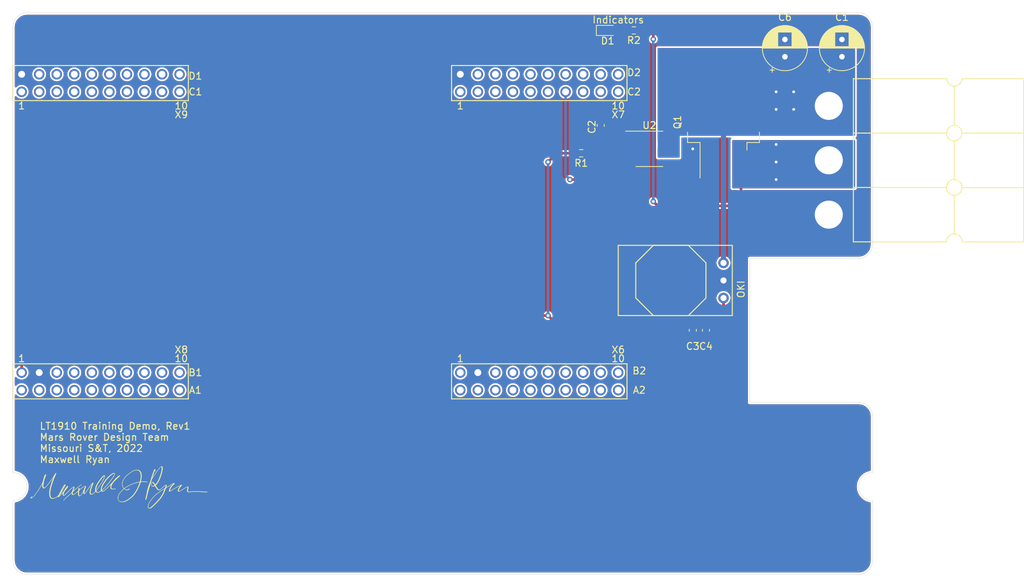
<source format=kicad_pcb>
(kicad_pcb (version 20171130) (host pcbnew "(5.1.10)-1")
  (layers (0 F.Cu signal) (31 B.Cu signal) (34 B.Paste user) (35 F.Paste user) (36 B.SilkS user) (37 F.SilkS user) (38 B.Mask user) (39 F.Mask user) (44 Edge.Cuts user))
  (net 0 "")
  (net 1 GND)
  (net 2 PV)
  (net 3 "Net-(C2-Pad1)")
  (net 4 +5V)
  (net 5 "Net-(D1-Pad2)")
  (net 6 Anderson1)
  (net 7 "Net-(R1-Pad1)")
  (net 8 A1_signal)
  (net 9 "Net-(U3-PadPP2)")
  (net 10 "Net-(U3-PadPN3)")
  (net 11 "Net-(U3-PadPN2)")
  (net 12 "Net-(U3-PadPD0)")
  (net 13 "Net-(U3-PadPD1)")
  (net 14 "Net-(U3-PadRese)")
  (net 15 "Net-(U3-PadPH3)")
  (net 16 "Net-(U3-PadPH2)")
  (net 17 "Net-(U3-PadPM3)")
  (net 18 "Net-(U3-PadPL3)")
  (net 19 "Net-(U3-PadPL2)")
  (net 20 "Net-(U3-PadPL1)")
  (net 21 "Net-(U3-PadPL0)")
  (net 22 "Net-(U3-PadPL5)")
  (net 23 "Net-(U3-PadPL4)")
  (net 24 "Net-(U3-PadPG0)")
  (net 25 "Net-(U3-PadPF3)")
  (net 26 "Net-(U3-PadPF2)")
  (net 27 "Net-(U3-PadPF1)")
  (net 28 "Net-(U3-PadPB3)")
  (net 29 "Net-(U3-PadPB2)")
  (net 30 "Net-(U3-PadPC7)")
  (net 31 "Net-(U3-PadPD3)")
  (net 32 "Net-(U3-PadPE5)")
  (net 33 "Net-(U3-PadPC6)")
  (net 34 "Net-(U3-PadPC5)")
  (net 35 "Net-(U3-PadPC4)")
  (net 36 "Net-(U3-PadPE4)")
  (net 37 "Net-(U3-Pad+3V3)")
  (net 38 "Net-(U3-PadPM5)")
  (net 39 "Net-(U3-PadPM4)")
  (net 40 "Net-(U3-PadPA6)")
  (net 41 "Net-(U3-PadPD7)")
  (net 42 "Net-(U3-PadPE3)")
  (net 43 "Net-(U3-PadPE2)")
  (net 44 "Net-(U3-PadPE1)")
  (net 45 "Net-(U3-PadPE0)")
  (net 46 "Net-(U3-PadPP5)")
  (net 47 "Net-(U3-PadPM7)")
  (net 48 "Net-(U3-PadPK7)")
  (net 49 "Net-(U3-PadPK6)")
  (net 50 "Net-(U3-PadPH1)")
  (net 51 "Net-(U3-PadPM2)")
  (net 52 "Net-(U3-PadPM1)")
  (net 53 "Net-(U3-PadPM0)")
  (net 54 "Net-(U3-PadPK5)")
  (net 55 "Net-(U3-PadPK4)")
  (net 56 "Net-(U3-PadPG1)")
  (net 57 "Net-(U3-PadPN4)")
  (net 58 "Net-(U3-PadPP4)")
  (net 59 "Net-(U3-PadPD5)")
  (net 60 "Net-(U3-PadPD4)")
  (net 61 "Net-(U3-PadPP1)")
  (net 62 "Net-(U3-PadPP0)")
  (net 63 "Net-(U3-PadPD2)")
  (net 64 "Net-(U3-PadPA5)")
  (net 65 "Net-(U3-PadPK3)")
  (net 66 "Net-(U3-PadPB5)")
  (net 67 "Net-(U3-PadPB4)")
  (net 68 "Net-(U3-PadPK1)")
  (net 69 "Net-(U3-PadPK2)")
  (net 70 "Net-(U3-PadPN5)")
  (net 71 "Net-(U3-PadPA7)")
  (net 72 "Net-(U3-PadRese')")
  (net 73 "Net-(U3-PadPA4)")
  (net 74 "Net-(U3-PadPQ0)")
  (net 75 "Net-(U3-PadPP3)")
  (net 76 "Net-(U3-PadPK0)")
  (net 77 "Net-(U3-PadPQ2)")
  (net 78 "Net-(U3-PadPQ1)")
  (net 79 "Net-(U3-PadPM6)")
  (net 80 "Net-(Q1-Pad1)")
  (net 81 "Net-(U3-PadPQ3)")
  (module MRDT_Silkscreens:z_sig_MaxRyan_25x6.6mm (layer F.Cu) (at 72.39 100.33)
    (fp_text reference G*** hide)
    (fp_text value LOGO hide)
  )
  (module MRDT_Shields:TM4C129E_Launchpad_FULL_THT_TOP (layer F.Cu) (at 57.15 87.63)
    (fp_text reference U3 hide)
    (fp_text value TM4C129E_Launchpad hide)
    (fp_text user 1 (at 1.27 -42.418 180) (layer F.SilkS))
    (fp_text user 10 (at 24.384 -42.418 180) (layer F.SilkS))
    (fp_text user 1 (at 1.27 -5.842 180) (layer F.SilkS))
    (fp_text user 10 (at 24.384 -5.842 180) (layer F.SilkS))
    (fp_text user 1 (at 64.77 -42.418 180) (layer F.SilkS))
    (fp_text user 10 (at 87.63 -42.418 180) (layer F.SilkS))
    (fp_text user 10 (at 87.63 -5.842 180) (layer F.SilkS))
    (fp_text user 1 (at 64.77 -5.842 180) (layer F.SilkS))
    (fp_text user X9 (at 24.384 -41.148 180) (layer F.SilkS))
    (fp_text user X8 (at 24.384 -7.112 180) (layer F.SilkS))
    (fp_text user X7 (at 87.63 -41.148 180) (layer F.SilkS))
    (fp_text user X6 (at 87.63 -7.112) (layer F.SilkS))
    (fp_text user C1 (at 26.416 -44.45 180) (layer F.SilkS))
    (fp_text user D1 (at 26.416 -46.736 180) (layer F.SilkS))
    (fp_text user C2 (at 89.916 -44.45 180) (layer F.SilkS))
    (fp_text user D2 (at 89.916 -47.244) (layer F.SilkS))
    (fp_text user B1 (at 26.416 -3.81 180) (layer F.SilkS))
    (fp_text user A1 (at 26.416 -1.27 180) (layer F.SilkS))
    (fp_text user B2 (at 90.678 -4.064 180) (layer F.SilkS))
    (fp_text user A2 (at 90.678 -1.27 180) (layer F.SilkS))
    (pad +3V3` thru_hole circle (at 64.77 -1.27 180) (size 1.52 1.52) (drill 1) (layers *.Cu *.Mask F.Paste))
    (pad PM6 thru_hole circle (at 87.63 -46.99 180) (size 1.52 1.52) (drill 1) (layers *.Cu *.Mask F.Paste) (net 79 "Net-(U3-PadPM6)"))
    (pad PQ1 thru_hole circle (at 85.09 -46.99 180) (size 1.52 1.52) (drill 1) (layers *.Cu *.Mask F.Paste) (net 78 "Net-(U3-PadPQ1)"))
    (pad PQ2 thru_hole circle (at 77.47 -46.99 180) (size 1.52 1.52) (drill 1) (layers *.Cu *.Mask F.Paste) (net 77 "Net-(U3-PadPQ2)"))
    (pad PK0 thru_hole circle (at 74.93 -3.81 180) (size 1.52 1.52) (drill 1) (layers *.Cu *.Mask F.Paste) (net 76 "Net-(U3-PadPK0)"))
    (pad PQ3 thru_hole circle (at 80.01 -46.99 180) (size 1.52 1.52) (drill 1) (layers *.Cu *.Mask F.Paste) (net 81 "Net-(U3-PadPQ3)"))
    (pad PP3 thru_hole circle (at 82.55 -46.99 180) (size 1.52 1.52) (drill 1) (layers *.Cu *.Mask F.Paste) (net 75 "Net-(U3-PadPP3)"))
    (pad PQ0 thru_hole circle (at 80.01 -1.27 180) (size 1.52 1.52) (drill 1) (layers *.Cu *.Mask F.Paste) (net 74 "Net-(U3-PadPQ0)"))
    (pad PA4 thru_hole circle (at 85.09 -3.81 180) (size 1.52 1.52) (drill 1) (layers *.Cu *.Mask F.Paste) (net 73 "Net-(U3-PadPA4)"))
    (pad Rese' thru_hole circle (at 74.93 -46.99 180) (size 1.52 1.52) (drill 1) (layers *.Cu *.Mask F.Paste) (net 72 "Net-(U3-PadRese')"))
    (pad PA7 thru_hole circle (at 72.39 -46.99 180) (size 1.52 1.52) (drill 1) (layers *.Cu *.Mask F.Paste) (net 71 "Net-(U3-PadPA7)"))
    (pad PN5 thru_hole circle (at 85.09 -1.27 180) (size 1.52 1.52) (drill 1) (layers *.Cu *.Mask F.Paste) (net 70 "Net-(U3-PadPN5)"))
    (pad PK2 thru_hole circle (at 80.01 -3.81 180) (size 1.52 1.52) (drill 1) (layers *.Cu *.Mask F.Paste) (net 69 "Net-(U3-PadPK2)"))
    (pad PK1 thru_hole circle (at 77.47 -3.81 180) (size 1.52 1.52) (drill 1) (layers *.Cu *.Mask F.Paste) (net 68 "Net-(U3-PadPK1)"))
    (pad +5V` thru_hole circle (at 64.77 -3.81 180) (size 1.52 1.52) (drill 1) (layers *.Cu *.Mask F.Paste))
    (pad GND thru_hole circle (at 67.31 -3.81 180) (size 1.52 1.52) (drill 1) (layers *.Cu *.Mask F.Paste) (net 1 GND))
    (pad PB4 thru_hole circle (at 69.85 -3.81 180) (size 1.52 1.52) (drill 1) (layers *.Cu *.Mask F.Paste) (net 67 "Net-(U3-PadPB4)"))
    (pad PB5 thru_hole circle (at 72.39 -3.81 180) (size 1.52 1.52) (drill 1) (layers *.Cu *.Mask F.Paste) (net 66 "Net-(U3-PadPB5)"))
    (pad PK3 thru_hole circle (at 82.55 -3.81 180) (size 1.52 1.52) (drill 1) (layers *.Cu *.Mask F.Paste) (net 65 "Net-(U3-PadPK3)"))
    (pad PA5 thru_hole circle (at 87.63 -3.81 180) (size 1.52 1.52) (drill 1) (layers *.Cu *.Mask F.Paste) (net 64 "Net-(U3-PadPA5)"))
    (pad PD2 thru_hole circle (at 67.31 -1.27 180) (size 1.52 1.52) (drill 1) (layers *.Cu *.Mask F.Paste) (net 63 "Net-(U3-PadPD2)"))
    (pad PP0 thru_hole circle (at 69.85 -1.27 180) (size 1.52 1.52) (drill 1) (layers *.Cu *.Mask F.Paste) (net 62 "Net-(U3-PadPP0)"))
    (pad PP1 thru_hole circle (at 72.39 -1.27 180) (size 1.52 1.52) (drill 1) (layers *.Cu *.Mask F.Paste) (net 61 "Net-(U3-PadPP1)"))
    (pad PD4 thru_hole circle (at 74.93 -1.27 180) (size 1.52 1.52) (drill 1) (layers *.Cu *.Mask F.Paste) (net 60 "Net-(U3-PadPD4)"))
    (pad PD5 thru_hole circle (at 77.47 -1.27 180) (size 1.52 1.52) (drill 1) (layers *.Cu *.Mask F.Paste) (net 59 "Net-(U3-PadPD5)"))
    (pad PP4 thru_hole circle (at 82.55 -1.27 180) (size 1.52 1.52) (drill 1) (layers *.Cu *.Mask F.Paste) (net 58 "Net-(U3-PadPP4)"))
    (pad PN4 thru_hole circle (at 87.63 -1.27 180) (size 1.52 1.52) (drill 1) (layers *.Cu *.Mask F.Paste) (net 57 "Net-(U3-PadPN4)"))
    (pad PG1 thru_hole circle (at 64.77 -44.45 180) (size 1.52 1.52) (drill 1) (layers *.Cu *.Mask F.Paste) (net 56 "Net-(U3-PadPG1)"))
    (pad PK4 thru_hole circle (at 67.31 -44.45 180) (size 1.52 1.52) (drill 1) (layers *.Cu *.Mask F.Paste) (net 55 "Net-(U3-PadPK4)"))
    (pad PK5 thru_hole circle (at 69.85 -44.45 180) (size 1.52 1.52) (drill 1) (layers *.Cu *.Mask F.Paste) (net 54 "Net-(U3-PadPK5)"))
    (pad PM0 thru_hole circle (at 72.39 -44.45 180) (size 1.52 1.52) (drill 1) (layers *.Cu *.Mask F.Paste) (net 53 "Net-(U3-PadPM0)"))
    (pad PM1 thru_hole circle (at 74.93 -44.45 180) (size 1.52 1.52) (drill 1) (layers *.Cu *.Mask F.Paste) (net 52 "Net-(U3-PadPM1)"))
    (pad PM2 thru_hole circle (at 77.47 -44.45 180) (size 1.52 1.52) (drill 1) (layers *.Cu *.Mask F.Paste) (net 51 "Net-(U3-PadPM2)"))
    (pad PH0 thru_hole circle (at 80.01 -44.45 180) (size 1.52 1.52) (drill 1) (layers *.Cu *.Mask F.Paste) (net 8 A1_signal))
    (pad PH1 thru_hole circle (at 82.55 -44.45 180) (size 1.52 1.52) (drill 1) (layers *.Cu *.Mask F.Paste) (net 50 "Net-(U3-PadPH1)"))
    (pad PK6 thru_hole circle (at 85.09 -44.45 180) (size 1.52 1.52) (drill 1) (layers *.Cu *.Mask F.Paste) (net 49 "Net-(U3-PadPK6)"))
    (pad PK7 thru_hole circle (at 87.63 -44.45 180) (size 1.52 1.52) (drill 1) (layers *.Cu *.Mask F.Paste) (net 48 "Net-(U3-PadPK7)"))
    (pad GND thru_hole circle (at 64.77 -46.99 180) (size 1.52 1.52) (drill 1) (layers *.Cu *.Mask F.Paste) (net 1 GND))
    (pad PM7 thru_hole circle (at 67.31 -46.99 180) (size 1.52 1.52) (drill 1) (layers *.Cu *.Mask F.Paste) (net 47 "Net-(U3-PadPM7)"))
    (pad PP5 thru_hole circle (at 69.85 -46.99 180) (size 1.52 1.52) (drill 1) (layers *.Cu *.Mask F.Paste) (net 46 "Net-(U3-PadPP5)"))
    (pad +5V thru_hole circle (at 1.27 -3.81 180) (size 1.52 1.52) (drill 1) (layers *.Cu *.Mask F.Paste) (net 4 +5V))
    (pad GND thru_hole circle (at 3.81 -3.81 180) (size 1.52 1.52) (drill 1) (layers *.Cu *.Mask F.Paste) (net 1 GND))
    (pad PE0 thru_hole circle (at 6.35 -3.81 180) (size 1.52 1.52) (drill 1) (layers *.Cu *.Mask F.Paste) (net 45 "Net-(U3-PadPE0)"))
    (pad PE1 thru_hole circle (at 8.89 -3.81 180) (size 1.52 1.52) (drill 1) (layers *.Cu *.Mask F.Paste) (net 44 "Net-(U3-PadPE1)"))
    (pad PE2 thru_hole circle (at 11.43 -3.81 180) (size 1.52 1.52) (drill 1) (layers *.Cu *.Mask F.Paste) (net 43 "Net-(U3-PadPE2)"))
    (pad PE3 thru_hole circle (at 13.97 -3.81 180) (size 1.52 1.52) (drill 1) (layers *.Cu *.Mask F.Paste) (net 42 "Net-(U3-PadPE3)"))
    (pad PD7 thru_hole circle (at 16.51 -3.81 180) (size 1.52 1.52) (drill 1) (layers *.Cu *.Mask F.Paste) (net 41 "Net-(U3-PadPD7)"))
    (pad PA6 thru_hole circle (at 19.05 -3.81 180) (size 1.52 1.52) (drill 1) (layers *.Cu *.Mask F.Paste) (net 40 "Net-(U3-PadPA6)"))
    (pad PM4 thru_hole circle (at 21.59 -3.81 180) (size 1.52 1.52) (drill 1) (layers *.Cu *.Mask F.Paste) (net 39 "Net-(U3-PadPM4)"))
    (pad PM5 thru_hole circle (at 24.13 -3.81 180) (size 1.52 1.52) (drill 1) (layers *.Cu *.Mask F.Paste) (net 38 "Net-(U3-PadPM5)"))
    (pad +3V3 thru_hole circle (at 1.27 -1.27 180) (size 1.52 1.52) (drill 1) (layers *.Cu *.Mask F.Paste) (net 37 "Net-(U3-Pad+3V3)"))
    (pad PE4 thru_hole circle (at 3.81 -1.27 180) (size 1.52 1.52) (drill 1) (layers *.Cu *.Mask F.Paste) (net 36 "Net-(U3-PadPE4)"))
    (pad PC4 thru_hole circle (at 6.35 -1.27 180) (size 1.52 1.52) (drill 1) (layers *.Cu *.Mask F.Paste) (net 35 "Net-(U3-PadPC4)"))
    (pad PC5 thru_hole circle (at 8.89 -1.27 180) (size 1.52 1.52) (drill 1) (layers *.Cu *.Mask F.Paste) (net 34 "Net-(U3-PadPC5)"))
    (pad PC6 thru_hole circle (at 11.43 -1.27 180) (size 1.52 1.52) (drill 1) (layers *.Cu *.Mask F.Paste) (net 33 "Net-(U3-PadPC6)"))
    (pad PE5 thru_hole circle (at 13.97 -1.27 180) (size 1.52 1.52) (drill 1) (layers *.Cu *.Mask F.Paste) (net 32 "Net-(U3-PadPE5)"))
    (pad PD3 thru_hole circle (at 16.51 -1.27 180) (size 1.52 1.52) (drill 1) (layers *.Cu *.Mask F.Paste) (net 31 "Net-(U3-PadPD3)"))
    (pad PC7 thru_hole circle (at 19.05 -1.27 180) (size 1.52 1.52) (drill 1) (layers *.Cu *.Mask F.Paste) (net 30 "Net-(U3-PadPC7)"))
    (pad PB2 thru_hole circle (at 21.59 -1.27 180) (size 1.52 1.52) (drill 1) (layers *.Cu *.Mask F.Paste) (net 29 "Net-(U3-PadPB2)"))
    (pad PB3 thru_hole circle (at 24.13 -1.27 180) (size 1.52 1.52) (drill 1) (layers *.Cu *.Mask F.Paste) (net 28 "Net-(U3-PadPB3)"))
    (pad PF1 thru_hole circle (at 1.27 -44.45 180) (size 1.52 1.52) (drill 1) (layers *.Cu *.Mask F.Paste) (net 27 "Net-(U3-PadPF1)"))
    (pad PF2 thru_hole circle (at 3.81 -44.45 180) (size 1.52 1.52) (drill 1) (layers *.Cu *.Mask F.Paste) (net 26 "Net-(U3-PadPF2)"))
    (pad PF3 thru_hole circle (at 6.35 -44.45 180) (size 1.52 1.52) (drill 1) (layers *.Cu *.Mask F.Paste) (net 25 "Net-(U3-PadPF3)"))
    (pad PG0 thru_hole circle (at 8.89 -44.45 180) (size 1.52 1.52) (drill 1) (layers *.Cu *.Mask F.Paste) (net 24 "Net-(U3-PadPG0)"))
    (pad PL4 thru_hole circle (at 11.43 -44.45 180) (size 1.52 1.52) (drill 1) (layers *.Cu *.Mask F.Paste) (net 23 "Net-(U3-PadPL4)"))
    (pad PL5 thru_hole circle (at 13.97 -44.45 180) (size 1.52 1.52) (drill 1) (layers *.Cu *.Mask F.Paste) (net 22 "Net-(U3-PadPL5)"))
    (pad PL0 thru_hole circle (at 16.51 -44.45 180) (size 1.52 1.52) (drill 1) (layers *.Cu *.Mask F.Paste) (net 21 "Net-(U3-PadPL0)"))
    (pad PL1 thru_hole circle (at 19.05 -44.45 180) (size 1.52 1.52) (drill 1) (layers *.Cu *.Mask F.Paste) (net 20 "Net-(U3-PadPL1)"))
    (pad PL2 thru_hole circle (at 21.59 -44.45 180) (size 1.52 1.52) (drill 1) (layers *.Cu *.Mask F.Paste) (net 19 "Net-(U3-PadPL2)"))
    (pad PL3 thru_hole circle (at 24.13 -44.45 180) (size 1.52 1.52) (drill 1) (layers *.Cu *.Mask F.Paste) (net 18 "Net-(U3-PadPL3)"))
    (pad GND thru_hole circle (at 1.27 -46.99 180) (size 1.52 1.52) (drill 1) (layers *.Cu *.Mask F.Paste) (net 1 GND))
    (pad PM3 thru_hole circle (at 3.81 -46.99 180) (size 1.52 1.52) (drill 1) (layers *.Cu *.Mask F.Paste) (net 17 "Net-(U3-PadPM3)"))
    (pad PH2 thru_hole circle (at 6.35 -46.99 180) (size 1.52 1.52) (drill 1) (layers *.Cu *.Mask F.Paste) (net 16 "Net-(U3-PadPH2)"))
    (pad PH3 thru_hole circle (at 8.89 -46.99 180) (size 1.52 1.52) (drill 1) (layers *.Cu *.Mask F.Paste) (net 15 "Net-(U3-PadPH3)"))
    (pad Rese thru_hole circle (at 11.43 -46.99 180) (size 1.52 1.52) (drill 1) (layers *.Cu *.Mask F.Paste) (net 14 "Net-(U3-PadRese)"))
    (pad PD1 thru_hole circle (at 13.97 -46.99 180) (size 1.52 1.52) (drill 1) (layers *.Cu *.Mask F.Paste) (net 13 "Net-(U3-PadPD1)"))
    (pad PD0 thru_hole circle (at 16.51 -46.99 180) (size 1.52 1.52) (drill 1) (layers *.Cu *.Mask F.Paste) (net 12 "Net-(U3-PadPD0)"))
    (pad PN2 thru_hole circle (at 19.05 -46.99 180) (size 1.52 1.52) (drill 1) (layers *.Cu *.Mask F.Paste) (net 11 "Net-(U3-PadPN2)"))
    (pad PN3 thru_hole circle (at 21.59 -46.99 180) (size 1.52 1.52) (drill 1) (layers *.Cu *.Mask F.Paste) (net 10 "Net-(U3-PadPN3)"))
    (pad PP2 thru_hole circle (at 24.13 -46.99 180) (size 1.52 1.52) (drill 1) (layers *.Cu *.Mask F.Paste) (net 9 "Net-(U3-PadPP2)"))
  )
  (module MRDT_Devices:OKI_Horizontal (layer F.Cu) (at 160.02 67.945 270)
    (fp_text reference U1 hide)
    (fp_text value OKI (at 3.81 -2.54 90) (layer F.SilkS))
    (pad 3 thru_hole circle (at 5.08 0 270) (size 1.524 1.524) (drill 0.889) (layers *.Cu *.Mask) (net 4 +5V))
    (pad 2 thru_hole circle (at 2.54 0 270) (size 1.524 1.524) (drill 0.889) (layers *.Cu *.Mask) (net 1 GND))
    (pad 1 thru_hole circle (at 0 0 270) (size 1.524 1.524) (drill 0.889) (layers *.Cu *.Mask) (net 2 PV))
  )
  (module Package_SO:SOIC-8_3.9x4.9mm_P1.27mm (layer F.Cu) (at 149.29 51.435)
    (fp_text reference U2 (at 0 -3.4) (layer F.SilkS))
    (fp_text value LT1910)
    (pad 8 smd roundrect (at 2.475 -1.905) (size 1.95 0.6) (layers F.Cu F.Paste F.Mask) (net 2 PV))
    (pad 7 smd roundrect (at 2.475 -0.635) (size 1.95 0.6) (layers F.Cu F.Paste F.Mask))
    (pad 6 smd roundrect (at 2.475 0.635) (size 1.95 0.6) (layers F.Cu F.Paste F.Mask) (net 2 PV))
    (pad 5 smd roundrect (at 2.475 1.905) (size 1.95 0.6) (layers F.Cu F.Paste F.Mask) (net 80 "Net-(Q1-Pad1)"))
    (pad 4 smd roundrect (at -2.475 1.905) (size 1.95 0.6) (layers F.Cu F.Paste F.Mask) (net 8 A1_signal))
    (pad 3 smd roundrect (at -2.475 0.635) (size 1.95 0.6) (layers F.Cu F.Paste F.Mask) (net 7 "Net-(R1-Pad1)"))
    (pad 2 smd roundrect (at -2.475 -0.635) (size 1.95 0.6) (layers F.Cu F.Paste F.Mask) (net 3 "Net-(C2-Pad1)"))
    (pad 1 smd roundrect (at -2.475 -1.905) (size 1.95 0.6) (layers F.Cu F.Paste F.Mask) (net 1 GND))
  )
  (module Resistor_SMD:R_0603_1608Metric_Pad0.98x0.95mm_HandSolder (layer F.Cu) (at 147.0425 34.29 180)
    (fp_text reference R2 (at 0 -1.43) (layer F.SilkS))
    (fp_text value 3300)
    (pad 2 smd roundrect (at 0.9125 0 180) (size 0.975 0.95) (layers F.Cu F.Paste F.Mask) (net 5 "Net-(D1-Pad2)"))
    (pad 1 smd roundrect (at -0.9125 0 180) (size 0.975 0.95) (layers F.Cu F.Paste F.Mask) (net 6 Anderson1))
  )
  (module Resistor_SMD:R_0603_1608Metric_Pad0.98x0.95mm_HandSolder (layer F.Cu) (at 139.4225 52.07 180)
    (fp_text reference R1 (at 0 -1.43 180) (layer F.SilkS))
    (fp_text value 5.1k)
    (pad 2 smd roundrect (at 0.9125 0 180) (size 0.975 0.95) (layers F.Cu F.Paste F.Mask) (net 4 +5V))
    (pad 1 smd roundrect (at -0.9125 0 180) (size 0.975 0.95) (layers F.Cu F.Paste F.Mask) (net 7 "Net-(R1-Pad1)"))
  )
  (module LED_SMD:LED_0603_1608Metric_Pad1.05x0.95mm_HandSolder (layer F.Cu) (at 143.27 34.29)
    (fp_text reference D1 (at -0.014 1.524) (layer F.SilkS))
    (fp_text value LED)
    (pad 2 smd roundrect (at 0.875 0) (size 1.05 0.95) (layers F.Cu F.Paste F.Mask) (net 5 "Net-(D1-Pad2)"))
    (pad 1 smd roundrect (at -0.875 0) (size 1.05 0.95) (layers F.Cu F.Paste F.Mask) (net 1 GND))
  )
  (module Capacitor_THT:CP_Radial_D6.3mm_P2.50mm (layer F.Cu) (at 168.91 38.1 90)
    (fp_text reference C6 (at 5.715 0 180) (layer F.SilkS))
    (fp_text value "10uF 50V")
    (pad 2 thru_hole circle (at 2.5 0 90) (size 1.6 1.6) (drill 0.8) (layers *.Cu *.Mask) (net 1 GND))
    (pad 1 thru_hole rect (at 0 0 90) (size 1.6 1.6) (drill 0.8) (layers *.Cu *.Mask) (net 2 PV))
  )
  (module Capacitor_SMD:C_0603_1608Metric_Pad1.08x0.95mm_HandSolder (layer F.Cu) (at 142.24 48.0325 90)
    (fp_text reference C2 (at -0.2275 -1.27 270) (layer F.SilkS))
    (fp_text value 0.1uF)
    (pad 2 smd roundrect (at 0.8625 0 90) (size 1.075 0.95) (layers F.Cu F.Paste F.Mask) (net 1 GND))
    (pad 1 smd roundrect (at -0.8625 0 90) (size 1.075 0.95) (layers F.Cu F.Paste F.Mask) (net 3 "Net-(C2-Pad1)"))
  )
  (module Capacitor_THT:CP_Radial_D6.3mm_P2.50mm (layer F.Cu) (at 177.165 38.1 90)
    (fp_text reference C1 (at 5.715 0 180) (layer F.SilkS))
    (fp_text value "22uF 50V")
    (pad 2 thru_hole circle (at 2.5 0 90) (size 1.6 1.6) (drill 0.8) (layers *.Cu *.Mask) (net 1 GND))
    (pad 1 thru_hole rect (at 0 0 90) (size 1.6 1.6) (drill 0.8) (layers *.Cu *.Mask) (net 2 PV))
  )
  (module Capacitor_SMD:C_0603_1608Metric_Pad1.08x0.95mm_HandSolder (layer F.Cu) (at 155.575 77.6975 270)
    (fp_text reference C3 (at 2.3125 0 180) (layer F.SilkS))
    (fp_text value 10u)
    (pad 1 smd roundrect (at -0.8625 0 270) (size 1.075 0.95) (layers F.Cu F.Paste F.Mask) (net 4 +5V))
    (pad 2 smd roundrect (at 0.8625 0 270) (size 1.075 0.95) (layers F.Cu F.Paste F.Mask) (net 1 GND))
  )
  (module Capacitor_SMD:C_0603_1608Metric_Pad1.08x0.95mm_HandSolder (layer F.Cu) (at 157.48 77.6975 270)
    (fp_text reference C4 (at 2.3125 0 180) (layer F.SilkS))
    (fp_text value 0.1u)
    (pad 2 smd roundrect (at 0.8625 0 270) (size 1.075 0.95) (layers F.Cu F.Paste F.Mask) (net 1 GND))
    (pad 1 smd roundrect (at -0.8625 0 270) (size 1.075 0.95) (layers F.Cu F.Paste F.Mask) (net 4 +5V))
  )
  (module Package_TO_SOT_SMD:TO-263-2 (layer F.Cu) (at 160.02 47.565 90)
    (fp_text reference Q1 (at 0 -6.65 90) (layer F.SilkS))
    (fp_text value IRFS4115)
    (pad 1 smd rect (at -5.775 -2.54 90) (size 4.6 1.1) (layers F.Cu F.Paste F.Mask) (net 80 "Net-(Q1-Pad1)"))
    (pad 3 smd rect (at -5.775 2.54 90) (size 4.6 1.1) (layers F.Cu F.Paste F.Mask) (net 6 Anderson1))
    (pad 2 smd rect (at 3.375 0 90) (size 9.4 10.8) (layers F.Cu F.Mask) (net 2 PV))
  )
  (module MRDT_Connectors:Anderson_3_Horizontal_Side_by_Side (layer F.Cu) (at 175.26 60.96 180)
    (fp_text reference Conn1 hide)
    (fp_text value AndersonPP)
    (pad 3 thru_hole circle (at 0 15.748 180) (size 5.08 5.08) (drill 4.06) (layers *.Cu *.Mask) (net 2 PV))
    (pad 2 thru_hole circle (at 0 7.874 180) (size 5.08 5.08) (drill 4.06) (layers *.Cu *.Mask) (net 6 Anderson1))
    (pad 1 thru_hole circle (at 0 0 180) (size 5.08 5.08) (drill 4.06) (layers *.Cu *.Mask) (net 1 GND))
  )
  (gr_line (start 181.61 65.278) (end 181.61 33.782) (layer Edge.Cuts) (width 0.05))
  (gr_line (start 163.83 67.31) (end 179.578 67.31) (layer Edge.Cuts) (width 0.05))
  (gr_line (start 163.83 88.138) (end 163.83 67.31) (layer Edge.Cuts) (width 0.05))
  (gr_line (start 179.578 88.138) (end 163.83 88.138) (layer Edge.Cuts) (width 0.05))
  (gr_line (start 181.61 98.298) (end 181.61 90.17) (layer Edge.Cuts) (width 0.05))
  (gr_line (start 181.61 110.998) (end 181.61 102.362) (layer Edge.Cuts) (width 0.05))
  (gr_line (start 59.182 113.03) (end 179.578 113.03) (layer Edge.Cuts) (width 0.05))
  (gr_line (start 57.15 102.362) (end 57.15 110.998) (layer Edge.Cuts) (width 0.05))
  (gr_line (start 57.15 33.782) (end 57.15 88.265) (layer Edge.Cuts) (width 0.05))
  (gr_line (start 179.578 31.75) (end 59.182 31.75) (layer Edge.Cuts) (width 0.05))
  (gr_arc (start 59.182 33.782) (end 59.182 31.75) (angle -90) (layer Edge.Cuts) (width 0.05))
  (gr_arc (start 179.578 33.782) (end 181.61 33.782) (angle -90) (layer Edge.Cuts) (width 0.05))
  (gr_arc (start 179.578 65.278) (end 179.578 67.31) (angle -90) (layer Edge.Cuts) (width 0.05))
  (gr_arc (start 181.61 100.33) (end 181.61 98.298) (angle -180) (layer Edge.Cuts) (width 0.05))
  (gr_arc (start 179.578 110.998) (end 179.578 113.03) (angle -90) (layer Edge.Cuts) (width 0.05))
  (gr_arc (start 59.182 110.998) (end 57.15 110.998) (angle -90) (layer Edge.Cuts) (width 0.05))
  (gr_arc (start 57.15 100.33) (end 57.15 102.362) (angle -180) (layer Edge.Cuts) (width 0.05))
  (gr_arc (start 179.578 90.17) (end 181.61 90.17) (angle -90) (layer Edge.Cuts) (width 0.05))
  (gr_line (start 57.15 88.265) (end 57.15 98.298) (layer Edge.Cuts) (width 0.05))
  (gr_text "LT1910 Training Demo, Rev1\nMars Rover Design Team\nMissouri S&T, 2022\nMaxwell Ryan\n" (at 60.96 93.98) (layer F.SilkS) (effects (font (size 1 1)) (justify left)))
  (gr_text Indicators (at 144.78 32.766) (layer F.SilkS) (effects (font (size 1 1))))
  (via (at 155.575 51.435) (size 0.8) (drill 0.4) (layers F.Cu B.Cu) (net 1))
  (segment (start 160.02 67.885) (end 160.02 47.565) (width 0.762) (layer B.Cu) (net 2))
  (via (at 167.64 43.18) (size 0.8) (drill 0.4) (layers F.Cu B.Cu) (net 2))
  (via (at 167.64 45.72) (size 0.8) (drill 0.4) (layers F.Cu B.Cu) (net 2))
  (via (at 170.18 43.18) (size 0.8) (drill 0.4) (layers F.Cu B.Cu) (net 2))
  (via (at 170.18 45.72) (size 0.8) (drill 0.4) (layers F.Cu B.Cu) (net 2))
  (segment (start 142.24 48.895) (end 142.24 50.165) (width 0.381) (layer F.Cu) (net 3))
  (segment (start 142.24 50.165) (end 142.875 50.8) (width 0.381) (layer F.Cu) (net 3))
  (segment (start 142.875 50.8) (end 146.685 50.8) (width 0.381) (layer F.Cu) (net 3))
  (segment (start 138.51 52.07) (end 135.89 52.07) (width 0.381) (layer F.Cu) (net 4))
  (via (at 134.62 53.34) (size 0.8) (drill 0.4) (layers F.Cu B.Cu) (net 4))
  (segment (start 135.89 52.07) (end 134.62 53.34) (width 0.381) (layer F.Cu) (net 4))
  (via (at 134.62 75.565) (size 0.8) (drill 0.4) (layers F.Cu B.Cu) (net 4))
  (segment (start 134.62 53.34) (end 134.62 75.565) (width 0.381) (layer B.Cu) (net 4))
  (segment (start 134.62 75.565) (end 135.89 76.835) (width 0.381) (layer F.Cu) (net 4))
  (segment (start 135.89 76.835) (end 157.48 76.835) (width 0.381) (layer F.Cu) (net 4))
  (segment (start 157.48 76.835) (end 159.385 76.835) (width 0.381) (layer F.Cu) (net 4))
  (segment (start 159.385 76.835) (end 160.02 76.2) (width 0.381) (layer F.Cu) (net 4))
  (segment (start 58.42 83.82) (end 58.42 76.835) (width 0.381) (layer F.Cu) (net 4))
  (segment (start 58.42 76.835) (end 59.69 75.565) (width 0.381) (layer F.Cu) (net 4))
  (segment (start 134.62 75.565) (end 59.69 75.565) (width 0.381) (layer F.Cu) (net 4))
  (segment (start 160.02 73.025) (end 160.02 76.2) (width 0.381) (layer F.Cu) (net 4))
  (segment (start 144.145 34.29) (end 146.05 34.29) (width 0.381) (layer F.Cu) (net 5))
  (via (at 167.64 55.88) (size 0.8) (drill 0.4) (layers F.Cu B.Cu) (net 6))
  (via (at 167.64 53.34) (size 0.8) (drill 0.4) (layers F.Cu B.Cu) (net 6))
  (via (at 167.64 50.8) (size 0.8) (drill 0.4) (layers F.Cu B.Cu) (net 6))
  (segment (start 162.56 53.34) (end 162.56 59.055) (width 0.381) (layer F.Cu) (net 6))
  (segment (start 162.56 59.055) (end 161.925 59.69) (width 0.381) (layer F.Cu) (net 6))
  (via (at 149.86 59.055) (size 0.8) (drill 0.4) (layers F.Cu B.Cu) (net 6))
  (segment (start 150.495 59.69) (end 149.86 59.055) (width 0.381) (layer F.Cu) (net 6))
  (segment (start 161.925 59.69) (end 150.495 59.69) (width 0.381) (layer F.Cu) (net 6))
  (segment (start 149.86 59.055) (end 149.86 36.83) (width 0.381) (layer B.Cu) (net 6))
  (via (at 149.86 35.56) (size 0.8) (drill 0.4) (layers F.Cu B.Cu) (net 6))
  (segment (start 149.86 36.83) (end 149.86 35.56) (width 0.381) (layer B.Cu) (net 6))
  (segment (start 149.86 35.56) (end 149.86 34.925) (width 0.381) (layer F.Cu) (net 6))
  (segment (start 149.86 34.925) (end 149.225 34.29) (width 0.381) (layer F.Cu) (net 6))
  (segment (start 149.225 34.29) (end 147.955 34.29) (width 0.381) (layer F.Cu) (net 6))
  (segment (start 146.815 52.07) (end 140.335 52.07) (width 0.381) (layer F.Cu) (net 7))
  (via (at 137.795 55.88) (size 0.8) (drill 0.4) (layers F.Cu B.Cu) (net 8))
  (segment (start 137.16 55.245) (end 137.795 55.88) (width 0.381) (layer B.Cu) (net 8))
  (segment (start 137.16 43.18) (end 137.16 55.245) (width 0.381) (layer B.Cu) (net 8))
  (segment (start 137.795 55.88) (end 146.05 55.88) (width 0.381) (layer F.Cu) (net 8))
  (segment (start 146.05 55.88) (end 146.685 55.245) (width 0.381) (layer F.Cu) (net 8))
  (segment (start 146.685 55.245) (end 146.685 53.34) (width 0.381) (layer F.Cu) (net 8))
  (segment (start 151.765 53.34) (end 157.48 53.34) (width 0.381) (layer F.Cu) (net 80))
  (zone (net 1) (net_name GND) (layer F.Cu) (connect_pads yes (clearance 0.254)) (min_thickness 0.254) (fill yes (arc_segments 32) (thermal_gap 0.508) (thermal_bridge_width 0.508))
    (polygon (pts (xy 182.88 114.3) (xy 55.88 114.3) (xy 55.88 30.48) (xy 182.88 30.48)))
  )
  (zone (net 1) (net_name GND) (layer B.Cu) (connect_pads yes (clearance 0.254)) (min_thickness 0.254) (fill yes (arc_segments 32) (thermal_gap 0.508) (thermal_bridge_width 0.508))
    (polygon (pts (xy 182.88 114.3) (xy 55.88 114.3) (xy 55.88 30.48) (xy 182.88 30.48)))
  )
  (zone (net 2) (net_name PV) (layer F.Cu) (priority 1) (connect_pads yes (clearance 0.254)) (min_thickness 0.254) (fill yes (arc_segments 32) (thermal_gap 0.508) (thermal_bridge_width 0.508))
    (polygon (pts (xy 179.07 49.53) (xy 153.67 49.53) (xy 153.67 52.705) (xy 150.495 52.705) (xy 150.495 49.53) (xy 150.495 36.83) (xy 179.07 36.83)))
  )
  (zone (net 6) (net_name Anderson1) (layer F.Cu) (priority 1) (connect_pads yes (clearance 0.254)) (min_thickness 0.254) (fill yes (arc_segments 32) (thermal_gap 0.508) (thermal_bridge_width 0.508))
    (polygon (pts (xy 179.07 57.15) (xy 161.29 57.15) (xy 161.29 50.165) (xy 179.07 50.165)))
  )
  (zone (net 2) (net_name PV) (layer B.Cu) (priority 1) (connect_pads yes (clearance 0.254)) (min_thickness 0.254) (fill yes (arc_segments 32) (thermal_gap 0.508) (thermal_bridge_width 0.508))
    (polygon (pts (xy 179.07 49.53) (xy 153.67 49.53) (xy 153.67 52.705) (xy 150.495 52.705) (xy 150.495 49.53) (xy 150.495 36.83) (xy 179.07 36.83)))
  )
  (zone (net 6) (net_name Anderson1) (layer B.Cu) (priority 1) (connect_pads yes (clearance 0.254)) (min_thickness 0.254) (fill yes (arc_segments 32) (thermal_gap 0.508) (thermal_bridge_width 0.508))
    (polygon (pts (xy 179.07 57.15) (xy 161.29 57.15) (xy 161.29 50.165) (xy 179.07 50.165)))
  )
)
</source>
